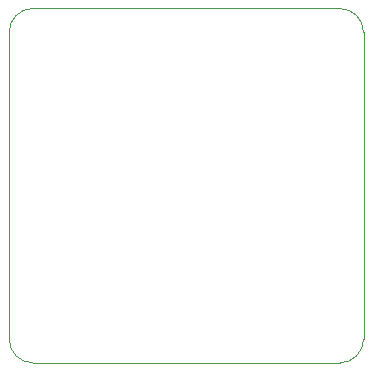
<source format=gbr>
%TF.GenerationSoftware,KiCad,Pcbnew,(5.1.6)-1*%
%TF.CreationDate,2020-10-01T20:51:16-05:00*%
%TF.ProjectId,USB_MP2637,5553425f-4d50-4323-9633-372e6b696361,rev?*%
%TF.SameCoordinates,Original*%
%TF.FileFunction,Profile,NP*%
%FSLAX46Y46*%
G04 Gerber Fmt 4.6, Leading zero omitted, Abs format (unit mm)*
G04 Created by KiCad (PCBNEW (5.1.6)-1) date 2020-10-01 20:51:16*
%MOMM*%
%LPD*%
G01*
G04 APERTURE LIST*
%TA.AperFunction,Profile*%
%ADD10C,0.050000*%
%TD*%
G04 APERTURE END LIST*
D10*
X102000000Y-150000000D02*
G75*
G02*
X100000000Y-148000000I0J2000000D01*
G01*
X130000000Y-148000000D02*
G75*
G02*
X128000000Y-150000000I-2000000J0D01*
G01*
X128000000Y-120000000D02*
G75*
G02*
X130000000Y-122000000I0J-2000000D01*
G01*
X100000000Y-122000000D02*
G75*
G02*
X102000000Y-120000000I2000000J0D01*
G01*
X100000000Y-148000000D02*
X100000000Y-122000000D01*
X128000000Y-150000000D02*
X102000000Y-150000000D01*
X130000000Y-122000000D02*
X130000000Y-148000000D01*
X102000000Y-120000000D02*
X128000000Y-120000000D01*
M02*

</source>
